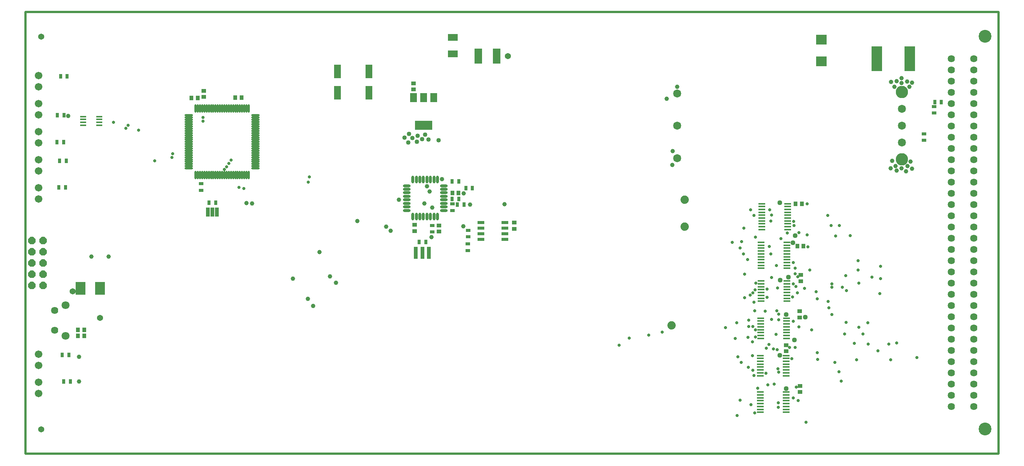
<source format=gts>
G04 Layer_Color=8388736*
%FSLAX44Y44*%
%MOMM*%
G71*
G01*
G75*
%ADD31C,0.5080*%
%ADD49C,1.0160*%
%ADD62R,2.3616X2.2616*%
%ADD63R,2.4016X5.7016*%
%ADD64R,1.0016X0.9016*%
%ADD65R,1.5748X0.6604*%
%ADD66R,1.0016X0.8016*%
%ADD67R,0.8016X1.0016*%
%ADD68R,0.9016X2.7016*%
%ADD69R,1.4224X0.4572*%
%ADD70O,1.7516X0.6516*%
%ADD71O,0.6516X1.7516*%
%ADD72R,0.9016X1.0016*%
%ADD73R,0.8128X2.1082*%
%ADD74R,1.5017X3.1016*%
%ADD75R,2.2606X2.8446*%
%ADD76R,3.9016X2.1016*%
%ADD77R,1.6016X2.1016*%
%ADD78O,1.9600X0.4513*%
%ADD79O,0.4513X1.9600*%
%ADD80R,2.2816X1.6216*%
%ADD81R,1.6516X3.4016*%
%ADD82R,1.5748X0.4572*%
%ADD83C,1.3716*%
%ADD84C,1.6256*%
%ADD85C,1.8016*%
%ADD86C,1.7016*%
%ADD87P,1.8145X8X112.5*%
%ADD88C,2.9016*%
%ADD89C,1.8256*%
%ADD90C,2.8016*%
%ADD91C,1.0016*%
%ADD92C,0.7366*%
%ADD93C,1.8796*%
%ADD94C,1.1176*%
D31*
X1016000Y1524000D02*
Y2523998D01*
X3215640Y1524000D02*
Y2523998D01*
X1016000D02*
X3215640D01*
X1016000Y1524000D02*
X3215640D01*
D49*
X1926590Y2235200D02*
D03*
X1881378Y2229104D02*
D03*
X1902714Y2243582D02*
D03*
X1872996Y2240026D02*
D03*
X1918970Y2246630D02*
D03*
X1883156Y2248154D02*
D03*
X1949704Y2234184D02*
D03*
X1890776Y2238756D02*
D03*
X1912874Y2236216D02*
D03*
X1900682Y2230374D02*
D03*
D62*
X2815336Y2461376D02*
D03*
Y2412376D02*
D03*
D63*
X2940642Y2418588D02*
D03*
X3014642D02*
D03*
D64*
X2120900Y2047382D02*
D03*
Y2033382D02*
D03*
X1895602Y2028048D02*
D03*
Y2042048D02*
D03*
X1892808Y2362596D02*
D03*
Y2348596D02*
D03*
X2768600Y1928764D02*
D03*
Y1914764D02*
D03*
X2766060Y1846468D02*
D03*
Y1832468D02*
D03*
X2767076Y1677812D02*
D03*
Y1663812D02*
D03*
X2735834Y1770014D02*
D03*
Y1756014D02*
D03*
X1418844Y2331578D02*
D03*
Y2345578D02*
D03*
X1950466Y2026778D02*
D03*
Y2040778D02*
D03*
D65*
X2045462Y2047748D02*
D03*
Y2035048D02*
D03*
Y2022348D02*
D03*
Y2009648D02*
D03*
X2099818D02*
D03*
Y2022348D02*
D03*
Y2035048D02*
D03*
Y2047748D02*
D03*
D66*
X2015998Y1984114D02*
D03*
Y1999114D02*
D03*
X2016252Y2015102D02*
D03*
Y2030102D02*
D03*
X1413256Y2120258D02*
D03*
Y2135258D02*
D03*
X3046984Y2248542D02*
D03*
Y2233542D02*
D03*
X3069844Y2310264D02*
D03*
Y2295264D02*
D03*
X1935734Y2026024D02*
D03*
Y2041024D02*
D03*
X1981200Y2074538D02*
D03*
Y2089538D02*
D03*
D67*
X1920628Y2003298D02*
D03*
X1905628D02*
D03*
X1102226Y1687322D02*
D03*
X1117226D02*
D03*
X1098924Y1748028D02*
D03*
X1113924D02*
D03*
X1103256Y2290318D02*
D03*
X1088256D02*
D03*
X1102240Y2229358D02*
D03*
X1087240D02*
D03*
X1108336Y2186940D02*
D03*
X1093336D02*
D03*
X1106558Y2126742D02*
D03*
X1091558D02*
D03*
X1095114Y2378456D02*
D03*
X1110114D02*
D03*
X3071234Y2320544D02*
D03*
X3086234D02*
D03*
X1431156Y2092198D02*
D03*
X1446156D02*
D03*
X1995558Y2100834D02*
D03*
X1980558D02*
D03*
X1992242Y2088388D02*
D03*
X2007242D02*
D03*
X2026292Y2125472D02*
D03*
X2011292D02*
D03*
X1995558Y2140458D02*
D03*
X1980558D02*
D03*
D68*
X1928128Y1978914D02*
D03*
X1898128D02*
D03*
X1913128D02*
D03*
D69*
X1182878Y2287270D02*
D03*
Y2280920D02*
D03*
Y2274316D02*
D03*
Y2267966D02*
D03*
X1146302D02*
D03*
Y2274316D02*
D03*
Y2280920D02*
D03*
Y2287270D02*
D03*
D70*
X1961478Y2074866D02*
D03*
Y2082866D02*
D03*
Y2090866D02*
D03*
Y2098866D02*
D03*
Y2106866D02*
D03*
Y2114866D02*
D03*
Y2122866D02*
D03*
Y2130866D02*
D03*
X1877478D02*
D03*
Y2122866D02*
D03*
Y2114866D02*
D03*
Y2106866D02*
D03*
Y2098866D02*
D03*
Y2090866D02*
D03*
Y2082866D02*
D03*
Y2074866D02*
D03*
D71*
X1947478Y2144866D02*
D03*
X1939478D02*
D03*
X1931478D02*
D03*
X1923478D02*
D03*
X1915478D02*
D03*
X1907478D02*
D03*
X1899478D02*
D03*
X1891478D02*
D03*
Y2060866D02*
D03*
X1899478D02*
D03*
X1907478D02*
D03*
X1915478D02*
D03*
X1923478D02*
D03*
X1931478D02*
D03*
X1939478D02*
D03*
X1947478D02*
D03*
D72*
X1134476Y1790700D02*
D03*
X1148476D02*
D03*
X1148476Y1804924D02*
D03*
X1134476D02*
D03*
X1391270Y2329688D02*
D03*
X1405270D02*
D03*
X1995058Y2114296D02*
D03*
X1981058D02*
D03*
X1504076Y2330196D02*
D03*
X1490076D02*
D03*
X2770774Y2090166D02*
D03*
X2756774D02*
D03*
X2774838Y1994154D02*
D03*
X2760838D02*
D03*
D73*
X1428206Y2070979D02*
D03*
X1438206D02*
D03*
X1448366Y2070979D02*
D03*
D74*
X1721495Y2389561D02*
D03*
Y2341560D02*
D03*
X1792615Y2389561D02*
D03*
Y2341560D02*
D03*
D75*
X1184658Y1898396D02*
D03*
X1140458D02*
D03*
D76*
X1915922Y2267708D02*
D03*
D77*
X1892922Y2330708D02*
D03*
X1915922D02*
D03*
X1938922D02*
D03*
D78*
X1385000Y2290120D02*
D03*
Y2285120D02*
D03*
Y2280120D02*
D03*
Y2275120D02*
D03*
Y2270120D02*
D03*
Y2265120D02*
D03*
Y2260120D02*
D03*
Y2255120D02*
D03*
Y2250120D02*
D03*
Y2245120D02*
D03*
Y2240120D02*
D03*
Y2235120D02*
D03*
Y2230120D02*
D03*
Y2225120D02*
D03*
Y2220120D02*
D03*
Y2215120D02*
D03*
Y2210120D02*
D03*
Y2205120D02*
D03*
Y2200120D02*
D03*
Y2195120D02*
D03*
Y2190120D02*
D03*
Y2185120D02*
D03*
Y2180120D02*
D03*
Y2175120D02*
D03*
Y2170120D02*
D03*
X1536000D02*
D03*
Y2175120D02*
D03*
Y2180120D02*
D03*
Y2185120D02*
D03*
Y2190120D02*
D03*
Y2195120D02*
D03*
Y2200120D02*
D03*
Y2205120D02*
D03*
Y2210120D02*
D03*
Y2215120D02*
D03*
Y2220120D02*
D03*
Y2225120D02*
D03*
Y2230120D02*
D03*
Y2235120D02*
D03*
Y2240120D02*
D03*
Y2245120D02*
D03*
Y2250120D02*
D03*
Y2255120D02*
D03*
Y2260120D02*
D03*
Y2265120D02*
D03*
Y2270120D02*
D03*
Y2275120D02*
D03*
Y2280120D02*
D03*
Y2285120D02*
D03*
Y2290120D02*
D03*
D79*
X1400500Y2154620D02*
D03*
X1405500D02*
D03*
X1410500D02*
D03*
X1415500D02*
D03*
X1420500D02*
D03*
X1425500D02*
D03*
X1430500D02*
D03*
X1435500D02*
D03*
X1440500D02*
D03*
X1445500D02*
D03*
X1450500D02*
D03*
X1455500D02*
D03*
X1460500D02*
D03*
X1465500D02*
D03*
X1470500D02*
D03*
X1475500D02*
D03*
X1480500D02*
D03*
X1485500D02*
D03*
X1490500D02*
D03*
X1495500D02*
D03*
X1500500D02*
D03*
X1505500D02*
D03*
X1510500D02*
D03*
X1515500D02*
D03*
X1520500D02*
D03*
Y2305620D02*
D03*
X1515500D02*
D03*
X1510500D02*
D03*
X1505500D02*
D03*
X1500500D02*
D03*
X1495500D02*
D03*
X1490500D02*
D03*
X1485500D02*
D03*
X1480500D02*
D03*
X1475500D02*
D03*
X1470500D02*
D03*
X1465500D02*
D03*
X1460500D02*
D03*
X1455500D02*
D03*
X1450500D02*
D03*
X1445500D02*
D03*
X1440500D02*
D03*
X1435500D02*
D03*
X1430500D02*
D03*
X1425500D02*
D03*
X1420500D02*
D03*
X1415500D02*
D03*
X1410500D02*
D03*
X1405500D02*
D03*
X1400500D02*
D03*
D80*
X1981708Y2466198D02*
D03*
Y2429398D02*
D03*
D81*
X2039194Y2423922D02*
D03*
X2081194D02*
D03*
D82*
X2738882Y2090166D02*
D03*
Y2083816D02*
D03*
Y2077212D02*
D03*
Y2070608D02*
D03*
Y2064258D02*
D03*
Y2057654D02*
D03*
Y2051304D02*
D03*
Y2044700D02*
D03*
Y2038096D02*
D03*
Y2031746D02*
D03*
X2680462D02*
D03*
Y2038096D02*
D03*
Y2044700D02*
D03*
Y2051304D02*
D03*
Y2057654D02*
D03*
Y2064258D02*
D03*
Y2070608D02*
D03*
Y2077212D02*
D03*
Y2083816D02*
D03*
Y2090166D02*
D03*
X2678430Y1915160D02*
D03*
Y1908556D02*
D03*
Y1901952D02*
D03*
Y1895602D02*
D03*
Y1888998D02*
D03*
Y1882648D02*
D03*
Y1876044D02*
D03*
Y1869440D02*
D03*
X2736850D02*
D03*
Y1876044D02*
D03*
Y1882648D02*
D03*
Y1888998D02*
D03*
Y1895602D02*
D03*
Y1901952D02*
D03*
Y1908556D02*
D03*
Y1915160D02*
D03*
X2677160Y1663700D02*
D03*
Y1657096D02*
D03*
Y1650492D02*
D03*
Y1644142D02*
D03*
Y1637538D02*
D03*
Y1631188D02*
D03*
Y1624584D02*
D03*
Y1617980D02*
D03*
X2735580D02*
D03*
Y1624584D02*
D03*
Y1631188D02*
D03*
Y1637538D02*
D03*
Y1644142D02*
D03*
Y1650492D02*
D03*
Y1657096D02*
D03*
Y1663700D02*
D03*
X2677668Y1831086D02*
D03*
Y1824482D02*
D03*
Y1817878D02*
D03*
Y1811528D02*
D03*
Y1804924D02*
D03*
Y1798574D02*
D03*
Y1791970D02*
D03*
Y1785366D02*
D03*
X2736088D02*
D03*
Y1791970D02*
D03*
Y1798574D02*
D03*
Y1804924D02*
D03*
Y1811528D02*
D03*
Y1817878D02*
D03*
Y1824482D02*
D03*
Y1831086D02*
D03*
X2677160Y1746504D02*
D03*
Y1739900D02*
D03*
Y1733296D02*
D03*
Y1726946D02*
D03*
Y1720342D02*
D03*
Y1713992D02*
D03*
Y1707388D02*
D03*
Y1700784D02*
D03*
X2735580D02*
D03*
Y1707388D02*
D03*
Y1713992D02*
D03*
Y1720342D02*
D03*
Y1726946D02*
D03*
Y1733296D02*
D03*
Y1739900D02*
D03*
Y1746504D02*
D03*
X2737104Y2002536D02*
D03*
Y1996186D02*
D03*
Y1989582D02*
D03*
Y1982978D02*
D03*
Y1976628D02*
D03*
Y1970024D02*
D03*
Y1963674D02*
D03*
Y1957070D02*
D03*
Y1950466D02*
D03*
Y1944116D02*
D03*
X2678684D02*
D03*
Y1950466D02*
D03*
Y1957070D02*
D03*
Y1963674D02*
D03*
Y1970024D02*
D03*
Y1976628D02*
D03*
Y1982978D02*
D03*
Y1989582D02*
D03*
Y1996186D02*
D03*
Y2002536D02*
D03*
D83*
X1051560Y1579118D02*
D03*
Y2468118D02*
D03*
X1184658Y1831596D02*
D03*
X1122172Y1891792D02*
D03*
X2106676Y2424430D02*
D03*
D84*
X1081528Y1848252D02*
D03*
Y1803252D02*
D03*
X3108960Y1631188D02*
D03*
Y1656588D02*
D03*
Y1681988D02*
D03*
Y1707388D02*
D03*
Y1732788D02*
D03*
Y1758188D02*
D03*
Y1783588D02*
D03*
Y1808988D02*
D03*
Y1834388D02*
D03*
Y1859788D02*
D03*
Y1885188D02*
D03*
Y1910588D02*
D03*
Y1935988D02*
D03*
Y1961388D02*
D03*
Y1986788D02*
D03*
Y2012188D02*
D03*
Y2037588D02*
D03*
Y2062988D02*
D03*
Y2088388D02*
D03*
Y2113788D02*
D03*
Y2139188D02*
D03*
Y2164588D02*
D03*
Y2189988D02*
D03*
Y2215388D02*
D03*
Y2240788D02*
D03*
Y2266188D02*
D03*
Y2291588D02*
D03*
Y2316988D02*
D03*
Y2342388D02*
D03*
Y2367788D02*
D03*
Y2393188D02*
D03*
Y2418588D02*
D03*
X3159760Y1631188D02*
D03*
Y1656588D02*
D03*
Y1681988D02*
D03*
Y1707388D02*
D03*
Y1732788D02*
D03*
Y1758188D02*
D03*
Y1783588D02*
D03*
Y1808988D02*
D03*
Y1834388D02*
D03*
Y1859788D02*
D03*
Y1885188D02*
D03*
Y1910588D02*
D03*
Y1935988D02*
D03*
Y1961388D02*
D03*
Y1986788D02*
D03*
Y2012188D02*
D03*
Y2037588D02*
D03*
Y2062988D02*
D03*
Y2088388D02*
D03*
Y2113788D02*
D03*
Y2139188D02*
D03*
Y2164588D02*
D03*
Y2189988D02*
D03*
Y2215388D02*
D03*
Y2240788D02*
D03*
Y2266188D02*
D03*
Y2291588D02*
D03*
Y2316988D02*
D03*
Y2342388D02*
D03*
Y2367788D02*
D03*
Y2393188D02*
D03*
Y2418588D02*
D03*
D85*
X1106428Y1790702D02*
D03*
Y1860802D02*
D03*
D86*
X1045464Y2164588D02*
D03*
Y2189988D02*
D03*
Y2355088D02*
D03*
Y2380488D02*
D03*
Y1723898D02*
D03*
Y1749298D02*
D03*
Y1660398D02*
D03*
Y1685798D02*
D03*
Y2126488D02*
D03*
Y2101088D02*
D03*
Y2316988D02*
D03*
Y2291588D02*
D03*
Y2228088D02*
D03*
Y2253488D02*
D03*
D87*
X1029970Y2007108D02*
D03*
X1055370D02*
D03*
Y1981708D02*
D03*
X1029970D02*
D03*
Y1956308D02*
D03*
X1055370D02*
D03*
X1029970Y1930908D02*
D03*
X1055370D02*
D03*
X1029970Y1905508D02*
D03*
X1055370D02*
D03*
D88*
X3185160Y1580388D02*
D03*
Y2469388D02*
D03*
D89*
X2489200Y2193442D02*
D03*
Y2339442D02*
D03*
Y2266442D02*
D03*
X2997200Y2228542D02*
D03*
Y2266642D02*
D03*
Y2304742D02*
D03*
D90*
Y2190442D02*
D03*
Y2342842D02*
D03*
D91*
X2005330Y2039366D02*
D03*
X1935734Y2081276D02*
D03*
X1933702Y2014220D02*
D03*
X1112012Y2289048D02*
D03*
X2099056Y2088896D02*
D03*
X2021078Y2088388D02*
D03*
X1840992Y2029206D02*
D03*
X1831594Y2038096D02*
D03*
X1717802Y1910842D02*
D03*
X1704594Y1925320D02*
D03*
X1665732Y1858772D02*
D03*
X1654302Y1875028D02*
D03*
X1136650Y1687830D02*
D03*
Y1743456D02*
D03*
X1860360Y2098866D02*
D03*
X1765808Y2050542D02*
D03*
X1680464Y1980692D02*
D03*
X1620012Y1920240D02*
D03*
X1165317Y1970821D02*
D03*
X1203995D02*
D03*
X1929384Y2117852D02*
D03*
X1923478Y2129472D02*
D03*
X2489454Y2355088D02*
D03*
X2465070Y2327656D02*
D03*
X1528318Y2090928D02*
D03*
X1515618Y2091436D02*
D03*
X2479294Y2209292D02*
D03*
X2478278Y2178304D02*
D03*
X2996438Y2363216D02*
D03*
X3013710Y2355088D02*
D03*
X2979928D02*
D03*
X2985008Y2367280D02*
D03*
X3009138Y2366518D02*
D03*
X2972816Y2366010D02*
D03*
X2996184Y2374138D02*
D03*
X3020314Y2363978D02*
D03*
X2996184Y2170430D02*
D03*
X2982722Y2175764D02*
D03*
X3009900Y2175256D02*
D03*
X3006090Y2163826D02*
D03*
X2985516Y2165096D02*
D03*
X3016758Y2185924D02*
D03*
X2975356Y2186940D02*
D03*
X2971546Y2170684D02*
D03*
X3020314Y2169668D02*
D03*
X1917762Y2090866D02*
D03*
X2006854Y2113534D02*
D03*
X1957578Y2146046D02*
D03*
D92*
X2620518Y1784858D02*
D03*
X2597912Y1810004D02*
D03*
X1215136Y2274316D02*
D03*
X1242822Y2261108D02*
D03*
X1248156Y2267966D02*
D03*
X1271270Y2256790D02*
D03*
X1480500Y2188718D02*
D03*
X1475501Y2181098D02*
D03*
X1470500Y2173986D02*
D03*
X2634488Y2004060D02*
D03*
X2613914Y2002282D02*
D03*
X2624074Y1820418D02*
D03*
X1655195Y2139188D02*
D03*
X2920238Y1820926D02*
D03*
X2947416Y1886712D02*
D03*
X2897632Y1940052D02*
D03*
X2788920Y1939798D02*
D03*
X2869692Y1927098D02*
D03*
X2756154Y1944116D02*
D03*
X2764282Y2024380D02*
D03*
X2855976Y2040382D02*
D03*
X2713228Y1950466D02*
D03*
X2650490Y1811782D02*
D03*
X2666238Y1804670D02*
D03*
X2631186Y1990344D02*
D03*
X2648458Y1963420D02*
D03*
X2655316Y2076704D02*
D03*
X2662682Y2063496D02*
D03*
X2666492Y1910334D02*
D03*
X2948686Y1920494D02*
D03*
X2838704Y1839468D02*
D03*
X2751582Y1824228D02*
D03*
X2687828Y1847088D02*
D03*
X2664206Y1847596D02*
D03*
X2867660Y1795526D02*
D03*
X2838958Y1908556D02*
D03*
Y1900682D02*
D03*
X2830322Y1868678D02*
D03*
X2832100Y1854454D02*
D03*
X2751328Y1956816D02*
D03*
X2702052Y1923288D02*
D03*
X2755392Y1931670D02*
D03*
X2692400Y1897126D02*
D03*
X2702306Y1828546D02*
D03*
X2718857Y1827276D02*
D03*
X2718816Y1839976D02*
D03*
X2805938Y1874520D02*
D03*
X2836926Y2040382D02*
D03*
X2706370Y1761744D02*
D03*
X2714244Y1847850D02*
D03*
X2862580Y1900682D02*
D03*
X2753360Y2040890D02*
D03*
X2752598Y2050288D02*
D03*
X2737612Y2023872D02*
D03*
X2665984Y2014474D02*
D03*
X2898140Y1960880D02*
D03*
X2948940Y1948688D02*
D03*
X2723388Y2010918D02*
D03*
X2660142Y1888490D02*
D03*
X2664968Y1894840D02*
D03*
X2689352Y1706118D02*
D03*
X2697480Y1993138D02*
D03*
X2655570Y1635252D02*
D03*
X2649982Y1719580D02*
D03*
X2780030Y1595120D02*
D03*
X2700528Y1976374D02*
D03*
X2829052Y2063242D02*
D03*
X2942844Y1756918D02*
D03*
X2894838Y1737106D02*
D03*
X2859532Y1688338D02*
D03*
X2854452Y1709420D02*
D03*
X2889504Y1774444D02*
D03*
X2748280Y1739646D02*
D03*
X2806446Y1737868D02*
D03*
X2985008Y1774698D02*
D03*
X2971292Y1737106D02*
D03*
X3030728Y1741678D02*
D03*
X2899664Y1910588D02*
D03*
X2929382Y1924050D02*
D03*
X2871978Y1893062D02*
D03*
X2751836Y1909064D02*
D03*
X2755646Y1765046D02*
D03*
X2920746Y1772412D02*
D03*
X2967228D02*
D03*
X2870962Y1821688D02*
D03*
X2899410Y1810615D02*
D03*
X2909062Y1795272D02*
D03*
X2760980Y1888744D02*
D03*
X2757170Y1902460D02*
D03*
X2751582Y1650746D02*
D03*
X2805938Y1752854D02*
D03*
X2764028Y1811274D02*
D03*
X2762504Y1644904D02*
D03*
X2776728Y1898396D02*
D03*
X2845562Y1730502D02*
D03*
X2792730Y1804416D02*
D03*
X2693924Y1680210D02*
D03*
X2708656Y1681988D02*
D03*
X2659126Y1745742D02*
D03*
X2658872Y1777492D02*
D03*
X2712974Y1794256D02*
D03*
X2718054Y1639824D02*
D03*
Y1628902D02*
D03*
X2718562Y1708658D02*
D03*
X2717038Y1716532D02*
D03*
X2696210Y1771142D02*
D03*
X2690368Y1763268D02*
D03*
X2650490Y1826768D02*
D03*
X2633726Y1731264D02*
D03*
X1498854Y2127504D02*
D03*
X1509268Y2124964D02*
D03*
X1307592Y2186940D02*
D03*
X1348740Y2202942D02*
D03*
X1347216Y2194814D02*
D03*
X1657858Y2150618D02*
D03*
X1417066Y2277110D02*
D03*
X1417203Y2285121D02*
D03*
X2782992Y2090212D02*
D03*
X2700528Y2050796D02*
D03*
X2702306Y2064258D02*
D03*
X2698496Y2076704D02*
D03*
X2784856Y1992630D02*
D03*
X2761996Y1925066D02*
D03*
X2757932Y1675384D02*
D03*
X2664460Y1616515D02*
D03*
X2662428Y1701546D02*
D03*
X2665984Y1788668D02*
D03*
X2743200Y1764538D02*
D03*
X2660396Y1812290D02*
D03*
X2692146Y1877822D02*
D03*
X2847086Y2016760D02*
D03*
X2879852Y2017776D02*
D03*
X2802951Y1891294D02*
D03*
X2749550Y1879346D02*
D03*
X2716208Y1898972D02*
D03*
X2662428Y1867408D02*
D03*
X2782918Y2019874D02*
D03*
X2638552Y1976628D02*
D03*
X2639753Y2035116D02*
D03*
X2641854Y1930341D02*
D03*
X2631712Y1645690D02*
D03*
X2625852Y1743710D02*
D03*
X2715260Y1759966D02*
D03*
X2653792Y1883156D02*
D03*
X2641600Y1877568D02*
D03*
X2624536Y1610446D02*
D03*
X2670810Y1672082D02*
D03*
X2357628Y1770126D02*
D03*
X2380996Y1785874D02*
D03*
X2424938Y1792478D02*
D03*
X2455164Y1799844D02*
D03*
X2660396Y1713484D02*
D03*
X2649220Y1787652D02*
D03*
X1465072Y2167636D02*
D03*
D93*
X2475992Y1814322D02*
D03*
X2506218Y2038350D02*
D03*
X2505964Y2099310D02*
D03*
D94*
X2720848Y2092706D02*
D03*
X2751074Y2001774D02*
D03*
X2755900Y2018030D02*
D03*
X2740152Y1923796D02*
D03*
X2778252Y1833626D02*
D03*
X2753868Y1782064D02*
D03*
X2722118Y1917446D02*
D03*
X2735326Y1839468D02*
D03*
X2721356Y1747266D02*
D03*
X2735580Y1671574D02*
D03*
M02*

</source>
